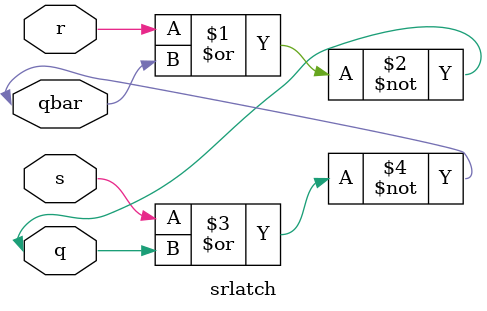
<source format=v>
`timescale 1ns / 1ps
module srlatch(s,r,q,qbar); 
input s,r;
inout q,qbar; 
nor n1(q,r,qbar); 
nor n2(qbar,s,q); 
endmodule 

/*module srlatch(input s, r, output reg q, output reg qbar);
  
  always @ (s or r) begin
    q = ~(s | qbar);  // NOR gate for q
    qbar = ~(r | q);  // NOR gate for qbar
  end*/
  
/*
// SR Latch using NOR Gates (Behavioral Modeling)
module sr_latch_behavioral (
  input S,    // Set input
  input R,    // Reset input
  output reg Q,   // Output Q
  output reg Qn   // Complement of Q
);

  always @(*) begin
    if (S & R) begin
      Q = 1'bx;  // Invalid state
      Qn = 1'bx;
    end else if (S) begin
      Q = 1;
      Qn = 0;
    end else if (R) begin
      Q = 0;
      Qn = 1;
    end else begin
      // Hold condition: Maintain previous state
      Q = Q;
      Qn = Qn;
    end
  end

endmodule*/

</source>
